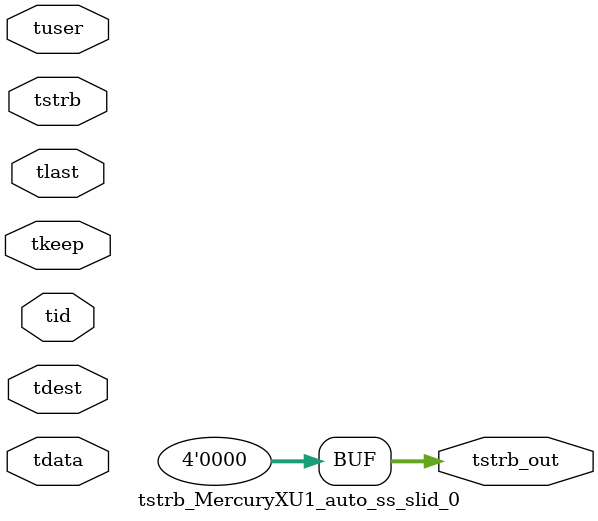
<source format=v>


`timescale 1ps/1ps

module tstrb_MercuryXU1_auto_ss_slid_0 #
(
parameter C_S_AXIS_TDATA_WIDTH = 32,
parameter C_S_AXIS_TUSER_WIDTH = 0,
parameter C_S_AXIS_TID_WIDTH   = 0,
parameter C_S_AXIS_TDEST_WIDTH = 0,
parameter C_M_AXIS_TDATA_WIDTH = 32
)
(
input  [(C_S_AXIS_TDATA_WIDTH == 0 ? 1 : C_S_AXIS_TDATA_WIDTH)-1:0     ] tdata,
input  [(C_S_AXIS_TUSER_WIDTH == 0 ? 1 : C_S_AXIS_TUSER_WIDTH)-1:0     ] tuser,
input  [(C_S_AXIS_TID_WIDTH   == 0 ? 1 : C_S_AXIS_TID_WIDTH)-1:0       ] tid,
input  [(C_S_AXIS_TDEST_WIDTH == 0 ? 1 : C_S_AXIS_TDEST_WIDTH)-1:0     ] tdest,
input  [(C_S_AXIS_TDATA_WIDTH/8)-1:0 ] tkeep,
input  [(C_S_AXIS_TDATA_WIDTH/8)-1:0 ] tstrb,
input                                                                    tlast,
output [(C_M_AXIS_TDATA_WIDTH/8)-1:0 ] tstrb_out
);

assign tstrb_out = {1'b0};

endmodule


</source>
